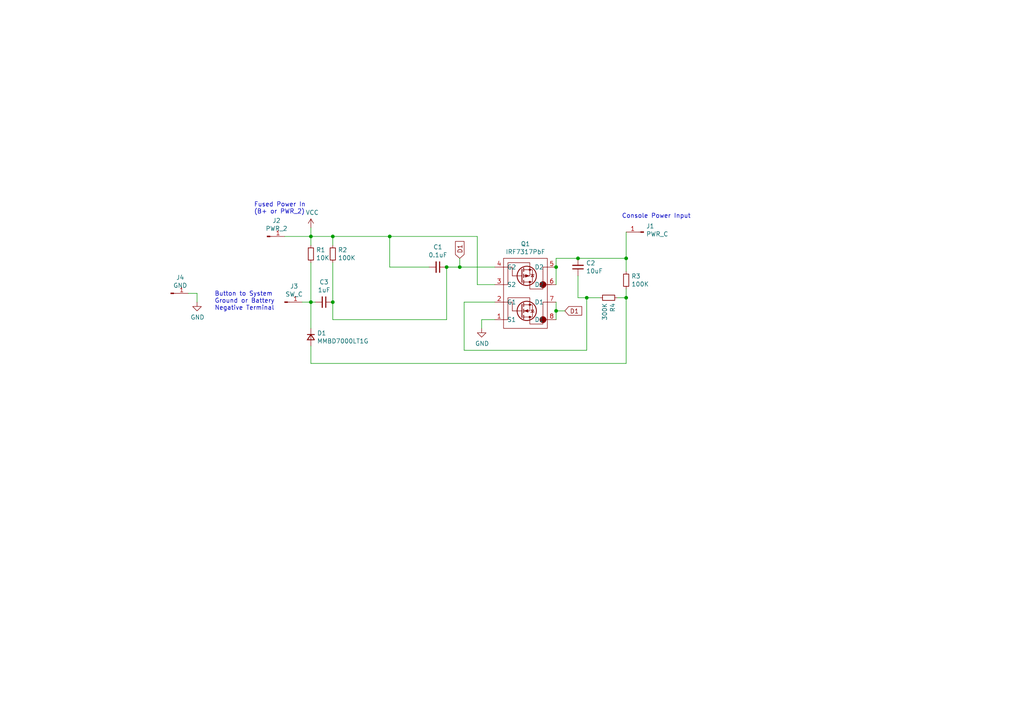
<source format=kicad_sch>
(kicad_sch (version 20211123) (generator eeschema)
  (paper "A4")
  (lib_symbols
    (symbol "Connector:Conn_01x01_Male" (pin_names (offset 1.016) hide)
      (property "Reference" "J" (at 0 2.54 0))
      (property "Value" "Conn_01x01_Male" (at 0 -2.54 0))
      (symbol "Conn_01x01_Male_1_1"
        (polyline (pts (xy 1.27 0) (xy 0.8636 0)) (stroke (width 0.1524)))
        (rectangle (start 0.8636 0.127) (end 0 -0.127) (stroke (width 0.1524)) (fill (type outline)))
        (pin passive line (at 5.08 0 180) (length 3.81) (name "Pin_1") (number "1"))
      )
    )
    (symbol "Device:C_Small" (pin_numbers hide) (pin_names (offset 0.254) hide)
      (property "Reference" "C" (at 0.254 1.778 0))
      (property "Value" "C_Small" (at 0.254 -2.032 0))
      (symbol "C_Small_0_1"
        (polyline (pts (xy -1.524 -0.508) (xy 1.524 -0.508)) (stroke (width 0.3302)))
        (polyline (pts (xy -1.524 0.508) (xy 1.524 0.508)) (stroke (width 0.3048)))
      )
      (symbol "C_Small_1_1"
        (pin passive line (at 0 2.54 270) (length 2.032) (name "~") (number "1"))
        (pin passive line (at 0 -2.54 90) (length 2.032) (name "~") (number "2"))
      )
    )
    (symbol "Device:D_Small" (pin_numbers hide) (pin_names (offset 0.254) hide)
      (property "Reference" "D" (at -1.27 2.032 0))
      (property "Value" "D_Small" (at -3.81 -2.032 0))
      (symbol "D_Small_0_1"
        (polyline (pts (xy -0.762 -1.016) (xy -0.762 1.016)) (stroke (width 0.254)))
        (polyline (pts (xy -0.762 0) (xy 0.762 0)))
        (polyline (pts (xy 0.762 -1.016) (xy -0.762 0) (xy 0.762 1.016) (xy 0.762 -1.016)) (stroke (width 0.254)))
      )
      (symbol "D_Small_1_1"
        (pin passive line (at -2.54 0 0) (length 1.778) (name "K") (number "1"))
        (pin passive line (at 2.54 0 180) (length 1.778) (name "A") (number "2"))
      )
    )
    (symbol "Device:R_Small" (pin_numbers hide) (pin_names (offset 0.254) hide)
      (property "Reference" "R" (at 0.762 0.508 0))
      (property "Value" "R_Small" (at 0.762 -1.016 0))
      (symbol "R_Small_0_1"
        (rectangle (start -0.762 1.778) (end 0.762 -1.778) (stroke (width 0.2032)))
      )
      (symbol "R_Small_1_1"
        (pin passive line (at 0 2.54 270) (length 0.762) (name "~") (number "1"))
        (pin passive line (at 0 -2.54 90) (length 0.762) (name "~") (number "2"))
      )
    )
    (symbol "Momentary-Power-Toggle-rescue:IRF7317PbF-misc" (pin_names (offset 1.016))
      (property "Reference" "Q" (at 0 12.7 0))
      (property "Value" "IRF7317PbF-misc" (at 0 -10.16 0))
      (symbol "IRF7317PbF-misc_0_1"
        (rectangle (start -6.35 11.43) (end 6.35 -8.89))
        (polyline (pts (xy 6.35 -1.27) (xy 7.62 -1.27)))
        (polyline (pts (xy -3.81 -3.81) (xy -3.81 -6.35) (xy -6.35 -6.35)))
        (polyline (pts (xy -3.81 6.35) (xy -3.81 3.81) (xy -6.35 3.81)))
        (polyline (pts (xy 1.27 8.89) (xy 1.27 10.16) (xy 5.08 10.16) (xy 5.08 8.89)))
        (polyline (pts (xy 5.08 -1.27) (xy 5.08 0) (xy 1.27 0) (xy 1.27 -1.27)))
        (polyline (pts (xy 6.35 -6.35) (xy 5.08 -6.35) (xy 5.08 -1.27) (xy 6.35 -1.27)))
        (polyline (pts (xy 6.35 3.81) (xy 5.08 3.81) (xy 5.08 8.89) (xy 6.35 8.89)))
        (polyline (pts (xy 1.27 -6.35) (xy 1.27 -7.62) (xy -5.08 -7.62) (xy -5.08 -1.27) (xy -6.35 -1.27)))
        (polyline (pts (xy 1.27 3.81) (xy 1.27 2.54) (xy -5.08 2.54) (xy -5.08 8.89) (xy -6.35 8.89)))
        (circle (center 5.08 -1.27) (radius 0.0001) (stroke (width 0.9906)))
      )
      (symbol "IRF7317PbF-misc_1_1"
        (polyline (pts (xy -1.016 -3.81) (xy -3.81 -3.81)))
        (polyline (pts (xy -1.016 -1.905) (xy -1.016 -5.715)) (stroke (width 0.254)))
        (polyline (pts (xy -1.016 6.35) (xy -3.81 6.35)))
        (polyline (pts (xy -1.016 8.255) (xy -1.016 4.445)) (stroke (width 0.254)))
        (polyline (pts (xy -0.508 -5.08) (xy -0.508 -6.096)) (stroke (width 0.254)))
        (polyline (pts (xy -0.508 -3.302) (xy -0.508 -4.318)) (stroke (width 0.254)))
        (polyline (pts (xy -0.508 -1.524) (xy -0.508 -2.54)) (stroke (width 0.254)))
        (polyline (pts (xy -0.508 5.08) (xy -0.508 4.064)) (stroke (width 0.254)))
        (polyline (pts (xy -0.508 6.858) (xy -0.508 5.842)) (stroke (width 0.254)))
        (polyline (pts (xy -0.508 8.636) (xy -0.508 7.62)) (stroke (width 0.254)))
        (polyline (pts (xy 1.27 -1.27) (xy 1.27 -2.032)))
        (polyline (pts (xy 1.27 8.89) (xy 1.27 8.128)))
        (polyline (pts (xy 1.27 -6.35) (xy 1.27 -3.81) (xy -0.508 -3.81)))
        (polyline (pts (xy 1.27 3.81) (xy 1.27 6.35) (xy -0.508 6.35)))
        (polyline (pts (xy -0.508 -2.032) (xy 2.032 -2.032) (xy 2.032 -5.588) (xy -0.508 -5.588)))
        (polyline (pts (xy -0.508 4.572) (xy 2.032 4.572) (xy 2.032 8.128) (xy -0.508 8.128)))
        (polyline (pts (xy -0.254 6.35) (xy 0.762 6.731) (xy 0.762 5.969) (xy -0.254 6.35)) (fill (type outline)))
        (polyline (pts (xy 1.016 -3.81) (xy 0 -3.429) (xy 0 -4.191) (xy 1.016 -3.81)) (fill (type outline)))
        (polyline (pts (xy 1.524 -4.318) (xy 1.651 -4.191) (xy 2.413 -4.191) (xy 2.54 -4.064)))
        (polyline (pts (xy 1.524 6.858) (xy 1.651 6.731) (xy 2.413 6.731) (xy 2.54 6.604)))
        (polyline (pts (xy 2.032 -4.191) (xy 1.651 -3.556) (xy 2.413 -3.556) (xy 2.032 -4.191)))
        (polyline (pts (xy 2.032 6.731) (xy 1.651 6.096) (xy 2.413 6.096) (xy 2.032 6.731)))
        (circle (center 0.381 -3.81) (radius 2.794) (stroke (width 0.254)))
        (circle (center 0.381 6.35) (radius 2.794) (stroke (width 0.254)))
        (circle (center 1.27 -5.588) (radius 0.254) (fill (type outline)))
        (circle (center 1.27 -2.032) (radius 0.254) (fill (type outline)))
        (circle (center 1.27 4.572) (radius 0.254) (fill (type outline)))
        (circle (center 1.27 8.128) (radius 0.254) (fill (type outline)))
        (circle (center 5.08 8.89) (radius 0.0001) (stroke (width 0.9906)))
        (pin input line (at -8.89 8.89 0) (length 2.54) (name "S1") (number "1"))
        (pin input line (at -8.89 3.81 0) (length 2.54) (name "G1") (number "2"))
        (pin input line (at -8.89 -1.27 0) (length 2.54) (name "S2") (number "3"))
        (pin input line (at -8.89 -6.35 0) (length 2.54) (name "G2") (number "4"))
        (pin input line (at 8.89 -6.35 180) (length 2.54) (name "D2") (number "5"))
        (pin input line (at 8.89 -1.27 180) (length 2.54) (name "D2") (number "6"))
        (pin input line (at 8.89 3.81 180) (length 2.54) (name "D1") (number "7"))
        (pin input line (at 8.89 8.89 180) (length 2.54) (name "D1") (number "8"))
      )
    )
    (symbol "power:GND" (power) (pin_names (offset 0))
      (property "Value" "GND" (at 0 -3.81 0))
      (symbol "GND_0_1"
        (polyline (pts (xy 0 0) (xy 0 -1.27) (xy 1.27 -1.27) (xy 0 -2.54) (xy -1.27 -1.27) (xy 0 -1.27)))
      )
      (symbol "GND_1_1"
        (pin power_in line (at 0 0 270) (length 0) hide (name "GND") (number "1"))
      )
    )
    (symbol "power:VCC" (power) (pin_names (offset 0))
      (property "Value" "VCC" (at 0 3.81 0))
      (symbol "VCC_0_1"
        (polyline (pts (xy -0.762 1.27) (xy 0 2.54)))
        (polyline (pts (xy 0 0) (xy 0 2.54)))
        (polyline (pts (xy 0 2.54) (xy 0.762 1.27)))
      )
      (symbol "VCC_1_1"
        (pin power_in line (at 0 0 90) (length 0) hide (name "VCC") (number "1"))
      )
    )
  )
  (junction (at 90.17 68.58))
  (junction (at 161.29 77.47))
  (junction (at 113.03 68.58))
  (junction (at 96.52 87.63))
  (junction (at 181.61 86.36))
  (junction (at 181.61 74.93))
  (junction (at 161.29 90.17))
  (junction (at 90.17 87.63))
  (junction (at 129.54 77.47))
  (junction (at 133.35 77.47))
  (junction (at 167.64 74.93))
  (junction (at 170.18 86.36))
  (junction (at 96.52 68.58))
  (wire (pts (xy 138.43 82.55) (xy 143.51 82.55)))
  (wire (pts (xy 134.62 101.6) (xy 170.18 101.6)))
  (wire (pts (xy 181.61 86.36) (xy 181.61 83.82)))
  (wire (pts (xy 133.35 77.47) (xy 129.54 77.47)))
  (wire (pts (xy 138.43 68.58) (xy 138.43 82.55)))
  (wire (pts (xy 138.43 68.58) (xy 113.03 68.58)))
  (wire (pts (xy 96.52 87.63) (xy 96.52 92.71)))
  (wire (pts (xy 90.17 87.63) (xy 87.63 87.63)))
  (wire (pts (xy 113.03 77.47) (xy 124.46 77.47)))
  (wire (pts (xy 134.62 87.63) (xy 134.62 101.6)))
  (wire (pts (xy 139.7 95.25) (xy 139.7 92.71)))
  (wire (pts (xy 179.07 86.36) (xy 181.61 86.36)))
  (wire (pts (xy 90.17 66.04) (xy 90.17 68.58)))
  (wire (pts (xy 90.17 105.41) (xy 181.61 105.41)))
  (wire (pts (xy 181.61 67.31) (xy 181.61 74.93)))
  (wire (pts (xy 90.17 95.25) (xy 90.17 87.63)))
  (wire (pts (xy 181.61 78.74) (xy 181.61 74.93)))
  (wire (pts (xy 129.54 92.71) (xy 96.52 92.71)))
  (wire (pts (xy 170.18 86.36) (xy 173.99 86.36)))
  (wire (pts (xy 161.29 87.63) (xy 161.29 90.17)))
  (wire (pts (xy 143.51 77.47) (xy 133.35 77.47)))
  (wire (pts (xy 161.29 82.55) (xy 161.29 77.47)))
  (wire (pts (xy 170.18 101.6) (xy 170.18 86.36)))
  (wire (pts (xy 90.17 100.33) (xy 90.17 105.41)))
  (wire (pts (xy 161.29 74.93) (xy 167.64 74.93)))
  (wire (pts (xy 167.64 80.01) (xy 167.64 86.36)))
  (wire (pts (xy 90.17 87.63) (xy 91.44 87.63)))
  (wire (pts (xy 96.52 68.58) (xy 90.17 68.58)))
  (wire (pts (xy 82.55 68.58) (xy 90.17 68.58)))
  (wire (pts (xy 113.03 68.58) (xy 96.52 68.58)))
  (wire (pts (xy 139.7 92.71) (xy 143.51 92.71)))
  (wire (pts (xy 96.52 76.2) (xy 96.52 87.63)))
  (wire (pts (xy 161.29 77.47) (xy 161.29 74.93)))
  (wire (pts (xy 90.17 68.58) (xy 90.17 71.12)))
  (wire (pts (xy 167.64 86.36) (xy 170.18 86.36)))
  (wire (pts (xy 167.64 74.93) (xy 181.61 74.93)))
  (wire (pts (xy 143.51 87.63) (xy 134.62 87.63)))
  (wire (pts (xy 90.17 87.63) (xy 90.17 76.2)))
  (wire (pts (xy 133.35 74.93) (xy 133.35 77.47)))
  (wire (pts (xy 181.61 86.36) (xy 181.61 105.41)))
  (wire (pts (xy 113.03 68.58) (xy 113.03 77.47)))
  (wire (pts (xy 57.15 85.09) (xy 54.61 85.09)))
  (wire (pts (xy 129.54 77.47) (xy 129.54 92.71)))
  (wire (pts (xy 161.29 90.17) (xy 163.83 90.17)))
  (wire (pts (xy 96.52 68.58) (xy 96.52 71.12)))
  (wire (pts (xy 161.29 90.17) (xy 161.29 92.71)))
  (wire (pts (xy 57.15 87.63) (xy 57.15 85.09)))
  (text "Console Power Input" (at 180.34 63.5 0) (effects (font (size 1.27 1.27)) (justify left bottom)))
  (text "Button to System \nGround or Battery \nNegative Terminal" (at 62.23 90.17 0) (effects (font (size 1.27 1.27)) (justify left bottom)))
  (text "Fused Power In\n(B+ or PWR_2)" (at 73.66 62.23 0) (effects (font (size 1.27 1.27)) (justify left bottom)))
  (global_label "D1" (shape input) (at 133.35 74.93 90) (property "Intersheet References" "${INTERSHEET_REFS}" (effects hide)))
  (global_label "D1" (shape input) (at 163.83 90.17 0) (property "Intersheet References" "${INTERSHEET_REFS}" (effects hide)))
  (symbol (lib_id "power:VCC") (at 90.17 66.04 0) (unit 1)
    (property "Reference" "#PWR01" (effects hide))
    (property "Value" "VCC" (at 90.551 61.6458 0))
  )
  (symbol (lib_id "Device:R_Small") (at 90.17 73.66 0) (unit 1)
    (property "Reference" "R1" (at 91.6686 72.4916 0) (effects (justify left)))
    (property "Value" "10K" (at 91.6686 74.803 0) (effects (justify left)))
    (property "Footprint" "Resistor_SMD:R_0603_1608Metric_Pad1.05x0.95mm_HandSolder" (effects hide))
  )
  (symbol (lib_id "Device:C_Small") (at 93.98 87.63 270) (unit 1)
    (property "Reference" "C3" (at 93.98 81.8134 90))
    (property "Value" "1uF" (at 93.98 84.1248 90))
    (property "Footprint" "Capacitor_SMD:C_0603_1608Metric_Pad1.05x0.95mm_HandSolder" (effects hide))
  )
  (symbol (lib_id "Device:D_Small") (at 90.17 97.79 270) (unit 1)
    (property "Reference" "D1" (at 91.948 96.6216 90) (effects (justify left)))
    (property "Value" "MMBD7000LT1G" (at 91.948 98.933 90) (effects (justify left)))
    (property "Footprint" "Diode_SMD:D_SOT-23_ANK" (effects hide))
  )
  (symbol (lib_id "Momentary-Power-Toggle-rescue:IRF7317PbF-misc") (at 152.4 83.82 0) (mirror x) (unit 1)
    (property "Reference" "Q1" (at 152.4 70.739 0))
    (property "Value" "IRF7317PbF" (at 152.4 73.0504 0))
    (property "Footprint" "Package_SO:SOIC-8_3.9x4.9mm_P1.27mm" (effects hide))
  )
  (symbol (lib_id "Device:R_Small") (at 96.52 73.66 0) (unit 1)
    (property "Reference" "R2" (at 98.0186 72.4916 0) (effects (justify left)))
    (property "Value" "100K" (at 98.0186 74.803 0) (effects (justify left)))
    (property "Footprint" "Resistor_SMD:R_0603_1608Metric_Pad1.05x0.95mm_HandSolder" (effects hide))
  )
  (symbol (lib_id "Device:C_Small") (at 127 77.47 270) (unit 1)
    (property "Reference" "C1" (at 127 71.6534 90))
    (property "Value" "0.1uF" (at 127 73.9648 90))
    (property "Footprint" "Capacitor_SMD:C_0603_1608Metric_Pad1.05x0.95mm_HandSolder" (effects hide))
  )
  (symbol (lib_id "power:GND") (at 139.7 95.25 0) (unit 1)
    (property "Reference" "#PWR04" (effects hide))
    (property "Value" "GND" (at 139.827 99.6442 0))
  )
  (symbol (lib_id "Device:C_Small") (at 167.64 77.47 180) (unit 1)
    (property "Reference" "C2" (at 169.9768 76.3016 0) (effects (justify right)))
    (property "Value" "10uF" (at 169.9768 78.613 0) (effects (justify right)))
    (property "Footprint" "Capacitor_SMD:C_0603_1608Metric_Pad1.05x0.95mm_HandSolder" (effects hide))
  )
  (symbol (lib_id "Device:R_Small") (at 181.61 81.28 0) (unit 1)
    (property "Reference" "R3" (at 183.1086 80.1116 0) (effects (justify left)))
    (property "Value" "100K" (at 183.1086 82.423 0) (effects (justify left)))
    (property "Footprint" "Resistor_SMD:R_0603_1608Metric_Pad1.05x0.95mm_HandSolder" (effects hide))
  )
  (symbol (lib_id "Device:R_Small") (at 176.53 86.36 270) (unit 1)
    (property "Reference" "R4" (at 177.6984 87.8586 0) (effects (justify left)))
    (property "Value" "300K" (at 175.387 87.8586 0) (effects (justify left)))
    (property "Footprint" "Resistor_SMD:R_0603_1608Metric_Pad1.05x0.95mm_HandSolder" (effects hide))
  )
  (symbol (lib_id "Connector:Conn_01x01_Male") (at 77.47 68.58 0) (unit 1)
    (property "Reference" "J2" (at 80.2132 63.9826 0))
    (property "Value" "PWR_2" (at 80.2132 66.294 0))
    (property "Footprint" "TestPoint:TestPoint_Pad_1.5x1.5mm" (effects hide))
  )
  (symbol (lib_id "Connector:Conn_01x01_Male") (at 186.69 67.31 180) (unit 1)
    (property "Reference" "J1" (at 187.4012 65.5828 0) (effects (justify right)))
    (property "Value" "PWR_C" (at 187.4012 67.8942 0) (effects (justify right)))
    (property "Footprint" "TestPoint:TestPoint_Pad_1.5x1.5mm" (effects hide))
  )
  (symbol (lib_id "Connector:Conn_01x01_Male") (at 82.55 87.63 0) (unit 1)
    (property "Reference" "J3" (at 85.2932 83.0326 0))
    (property "Value" "SW_C" (at 85.2932 85.344 0))
    (property "Footprint" "TestPoint:TestPoint_Pad_1.5x1.5mm" (effects hide))
  )
  (symbol (lib_id "power:GND") (at 57.15 87.63 0) (unit 1)
    (property "Reference" "#PWR0101" (effects hide))
    (property "Value" "GND" (at 57.277 92.0242 0))
  )
  (symbol (lib_id "Connector:Conn_01x01_Male") (at 49.53 85.09 0) (unit 1)
    (property "Reference" "J4" (at 52.2732 80.4926 0))
    (property "Value" "GND" (at 52.2732 82.804 0))
    (property "Footprint" "TestPoint:TestPoint_Pad_1.5x1.5mm" (effects hide))
  )
)
</source>
